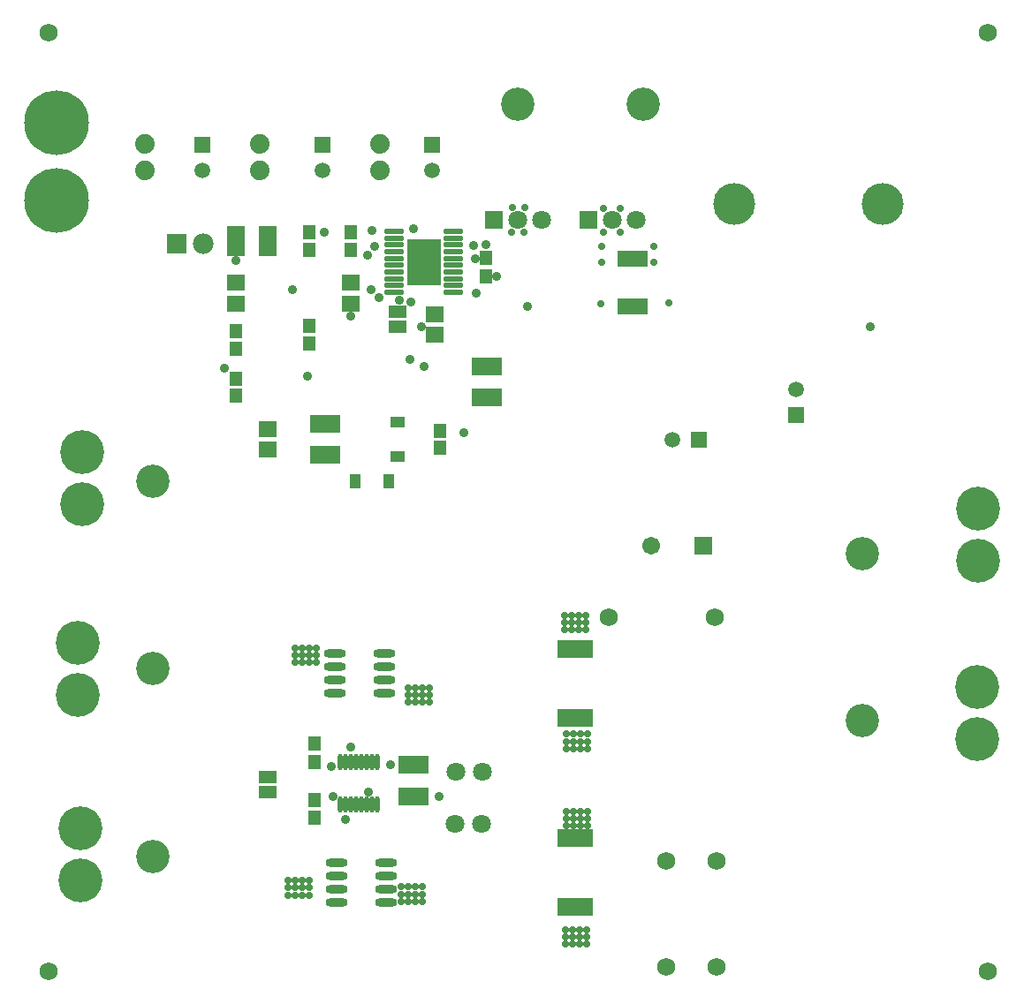
<source format=gts>
G04 Layer_Color=20142*
%FSLAX24Y24*%
%MOIN*%
G70*
G01*
G75*
%ADD106O,0.0749X0.0218*%
%ADD107R,0.1261X0.1734*%
%ADD108R,0.1340X0.0671*%
%ADD109R,0.1340X0.0671*%
%ADD110R,0.0480X0.0520*%
%ADD111R,0.0651X0.0493*%
%ADD112O,0.0828X0.0316*%
%ADD113R,0.1182X0.0671*%
%ADD114R,0.0560X0.0438*%
%ADD115R,0.0671X0.1182*%
%ADD116O,0.0178X0.0631*%
%ADD117R,0.1123X0.0592*%
%ADD118R,0.0493X0.0533*%
%ADD119R,0.0690X0.0612*%
%ADD120R,0.0438X0.0560*%
%ADD121C,0.1261*%
%ADD122R,0.0592X0.0592*%
%ADD123C,0.0592*%
%ADD124R,0.0592X0.0592*%
%ADD125C,0.1655*%
%ADD126C,0.0680*%
%ADD127C,0.0710*%
%ADD128R,0.0780X0.0780*%
%ADD129C,0.0780*%
%ADD130R,0.0671X0.0671*%
%ADD131C,0.0671*%
%ADD132R,0.0710X0.0710*%
%ADD133C,0.1580*%
%ADD134C,0.0740*%
%ADD135C,0.2442*%
%ADD136C,0.0277*%
%ADD137C,0.0356*%
D106*
X27096Y40581D02*
D03*
Y40837D02*
D03*
Y41093D02*
D03*
Y41348D02*
D03*
Y41604D02*
D03*
Y41860D02*
D03*
Y42116D02*
D03*
Y42372D02*
D03*
Y42628D02*
D03*
Y42884D02*
D03*
X24852Y40581D02*
D03*
Y40837D02*
D03*
Y41093D02*
D03*
Y41348D02*
D03*
Y41604D02*
D03*
Y41860D02*
D03*
Y42116D02*
D03*
Y42372D02*
D03*
Y42628D02*
D03*
Y42884D02*
D03*
D107*
X25974Y41732D02*
D03*
D108*
X31693Y19980D02*
D03*
X31683Y27126D02*
D03*
D109*
X31693Y17382D02*
D03*
X31683Y24528D02*
D03*
D110*
X21850Y22861D02*
D03*
Y23536D02*
D03*
X21841Y20755D02*
D03*
Y21430D02*
D03*
X21654Y42182D02*
D03*
Y42857D02*
D03*
X28327Y41198D02*
D03*
Y41873D02*
D03*
X21654Y39314D02*
D03*
Y38639D02*
D03*
X18898Y38442D02*
D03*
Y39117D02*
D03*
D111*
X20069Y21722D02*
D03*
Y22293D02*
D03*
X25000Y39281D02*
D03*
Y39852D02*
D03*
D112*
X24537Y17567D02*
D03*
Y18067D02*
D03*
Y18567D02*
D03*
Y19067D02*
D03*
X22687Y17567D02*
D03*
Y18067D02*
D03*
Y18567D02*
D03*
Y19067D02*
D03*
X24469Y25461D02*
D03*
Y25961D02*
D03*
Y26461D02*
D03*
Y26961D02*
D03*
X22618Y25461D02*
D03*
Y25961D02*
D03*
Y26461D02*
D03*
Y26961D02*
D03*
D113*
X22244Y35630D02*
D03*
Y34449D02*
D03*
X25581Y22746D02*
D03*
Y21565D02*
D03*
X28346Y37795D02*
D03*
Y36614D02*
D03*
D114*
X25000Y35683D02*
D03*
Y34396D02*
D03*
D115*
X18898Y42520D02*
D03*
X20079D02*
D03*
D116*
X22825Y21250D02*
D03*
X23022D02*
D03*
X23219D02*
D03*
X23415D02*
D03*
X23612D02*
D03*
X23809D02*
D03*
X24006D02*
D03*
X24203D02*
D03*
X22825Y22864D02*
D03*
X23022D02*
D03*
X23219D02*
D03*
X23415D02*
D03*
X23612D02*
D03*
X23809D02*
D03*
X24006D02*
D03*
X24203D02*
D03*
D117*
X33858Y41841D02*
D03*
Y40049D02*
D03*
D118*
X23228Y42844D02*
D03*
Y42195D02*
D03*
X18898Y37333D02*
D03*
Y36683D02*
D03*
X26575Y34715D02*
D03*
Y35364D02*
D03*
D119*
X26378Y39754D02*
D03*
Y38986D02*
D03*
X23228Y40935D02*
D03*
Y40167D02*
D03*
X18898Y40935D02*
D03*
Y40167D02*
D03*
X20079Y34656D02*
D03*
Y35423D02*
D03*
D120*
X23372Y33465D02*
D03*
X24659D02*
D03*
D121*
X42520Y30709D02*
D03*
X34252Y47677D02*
D03*
X29528D02*
D03*
X42520Y24409D02*
D03*
X15748Y19291D02*
D03*
Y26378D02*
D03*
Y33465D02*
D03*
D122*
X40024Y35949D02*
D03*
X17618Y46161D02*
D03*
X22146Y46161D02*
D03*
X26280Y46161D02*
D03*
D123*
X40024Y36933D02*
D03*
X35366Y35016D02*
D03*
X17618Y45177D02*
D03*
X22146Y45177D02*
D03*
X26280Y45177D02*
D03*
D124*
X36350Y35016D02*
D03*
D125*
X13091Y34547D02*
D03*
Y32579D02*
D03*
X13022Y18376D02*
D03*
Y20344D02*
D03*
X12933Y25394D02*
D03*
Y27362D02*
D03*
X46870Y30453D02*
D03*
Y32421D02*
D03*
X46860Y23730D02*
D03*
Y25699D02*
D03*
D126*
X11811Y50394D02*
D03*
Y14961D02*
D03*
X47244D02*
D03*
Y50394D02*
D03*
X36959Y28307D02*
D03*
X32959D02*
D03*
X37018Y15108D02*
D03*
Y19108D02*
D03*
X35118Y19124D02*
D03*
Y15124D02*
D03*
D127*
X28167Y20502D02*
D03*
X27167D02*
D03*
X28177Y22490D02*
D03*
X27177D02*
D03*
X33974Y43307D02*
D03*
X33073D02*
D03*
X30431D02*
D03*
X29530D02*
D03*
D128*
X16663Y42417D02*
D03*
D129*
X17663D02*
D03*
D130*
X36526Y31004D02*
D03*
D131*
X34557D02*
D03*
D132*
X32171Y43307D02*
D03*
X28628D02*
D03*
D133*
X43281Y43906D02*
D03*
X37681D02*
D03*
D134*
X15453Y46169D02*
D03*
Y45169D02*
D03*
X19783Y46169D02*
D03*
Y45169D02*
D03*
X24311Y46169D02*
D03*
Y45169D02*
D03*
D135*
X12126Y44035D02*
D03*
Y46988D02*
D03*
D136*
X32091Y27850D02*
D03*
X21650Y18378D02*
D03*
Y18102D02*
D03*
X21374Y17827D02*
D03*
Y18102D02*
D03*
Y18378D02*
D03*
X21650Y17827D02*
D03*
X21114D02*
D03*
X20839Y18378D02*
D03*
Y18102D02*
D03*
Y17827D02*
D03*
X21114Y18102D02*
D03*
Y18378D02*
D03*
X25929Y18142D02*
D03*
Y17866D02*
D03*
X25654Y17591D02*
D03*
Y17866D02*
D03*
Y18142D02*
D03*
X25929Y17591D02*
D03*
X25394D02*
D03*
X25118Y18142D02*
D03*
Y17866D02*
D03*
Y17591D02*
D03*
X25394Y17866D02*
D03*
Y18142D02*
D03*
X32126Y16531D02*
D03*
Y16256D02*
D03*
X31850Y15980D02*
D03*
Y16256D02*
D03*
Y16531D02*
D03*
X32126Y15980D02*
D03*
X31591D02*
D03*
X31315Y16531D02*
D03*
Y16256D02*
D03*
Y15980D02*
D03*
X31591Y16256D02*
D03*
Y16531D02*
D03*
X32146Y20992D02*
D03*
Y20717D02*
D03*
X31870Y20441D02*
D03*
Y20717D02*
D03*
Y20992D02*
D03*
X32146Y20441D02*
D03*
X31610D02*
D03*
X31335Y20992D02*
D03*
Y20717D02*
D03*
Y20441D02*
D03*
X31610Y20717D02*
D03*
Y20992D02*
D03*
X32146Y23902D02*
D03*
Y23626D02*
D03*
X31870Y23350D02*
D03*
Y23626D02*
D03*
Y23902D02*
D03*
X32146Y23350D02*
D03*
X31610D02*
D03*
X31335Y23902D02*
D03*
Y23626D02*
D03*
Y23350D02*
D03*
X31610Y23626D02*
D03*
Y23902D02*
D03*
X32091Y28398D02*
D03*
Y28122D02*
D03*
X31815Y27846D02*
D03*
Y28122D02*
D03*
Y28398D02*
D03*
X31555Y27846D02*
D03*
X31280Y28398D02*
D03*
Y28122D02*
D03*
Y27846D02*
D03*
X31555Y28122D02*
D03*
Y28398D02*
D03*
X26189Y25654D02*
D03*
Y25378D02*
D03*
X25913Y25102D02*
D03*
Y25378D02*
D03*
Y25654D02*
D03*
X26189Y25102D02*
D03*
X25654D02*
D03*
X25378Y25654D02*
D03*
Y25378D02*
D03*
Y25102D02*
D03*
X25654Y25378D02*
D03*
Y25654D02*
D03*
X21394Y27165D02*
D03*
Y26890D02*
D03*
X21118Y26614D02*
D03*
Y26890D02*
D03*
Y27165D02*
D03*
X21394Y26614D02*
D03*
X21929D02*
D03*
X21654Y27165D02*
D03*
Y26890D02*
D03*
Y26614D02*
D03*
X21929Y26890D02*
D03*
Y27165D02*
D03*
X25581Y42323D02*
D03*
Y41535D02*
D03*
Y41929D02*
D03*
X25974D02*
D03*
Y42323D02*
D03*
X26368D02*
D03*
X25581Y41142D02*
D03*
X26368D02*
D03*
X25974D02*
D03*
X26368Y41535D02*
D03*
X25974D02*
D03*
X26368Y41929D02*
D03*
X34646Y41732D02*
D03*
Y42323D02*
D03*
X32677D02*
D03*
Y41732D02*
D03*
X32648Y40167D02*
D03*
X35217Y40197D02*
D03*
X29778Y43799D02*
D03*
X29332D02*
D03*
X29291Y42851D02*
D03*
X29754Y42854D02*
D03*
X32756Y42864D02*
D03*
X33376Y42854D02*
D03*
Y43750D02*
D03*
X32746D02*
D03*
D137*
X27842Y42358D02*
D03*
X27910Y41860D02*
D03*
X23859Y41987D02*
D03*
X24016Y42913D02*
D03*
X23031Y20669D02*
D03*
X26565Y21565D02*
D03*
X24114Y42323D02*
D03*
X27953Y40551D02*
D03*
X25984Y37795D02*
D03*
X22480Y22700D02*
D03*
X21580Y37420D02*
D03*
X22220Y42857D02*
D03*
X25060Y40290D02*
D03*
X21030Y40680D02*
D03*
X24000D02*
D03*
X29879Y40049D02*
D03*
X28730Y41198D02*
D03*
X18900Y41800D02*
D03*
X42805Y39290D02*
D03*
X27470Y35300D02*
D03*
X24280Y40390D02*
D03*
X23228Y39680D02*
D03*
X25440Y38060D02*
D03*
X22540Y21540D02*
D03*
X23900Y21730D02*
D03*
X23219Y23420D02*
D03*
X24730Y22746D02*
D03*
X18450Y37730D02*
D03*
X25870Y39280D02*
D03*
X25490Y40220D02*
D03*
X28327Y42390D02*
D03*
X25580Y42990D02*
D03*
M02*

</source>
